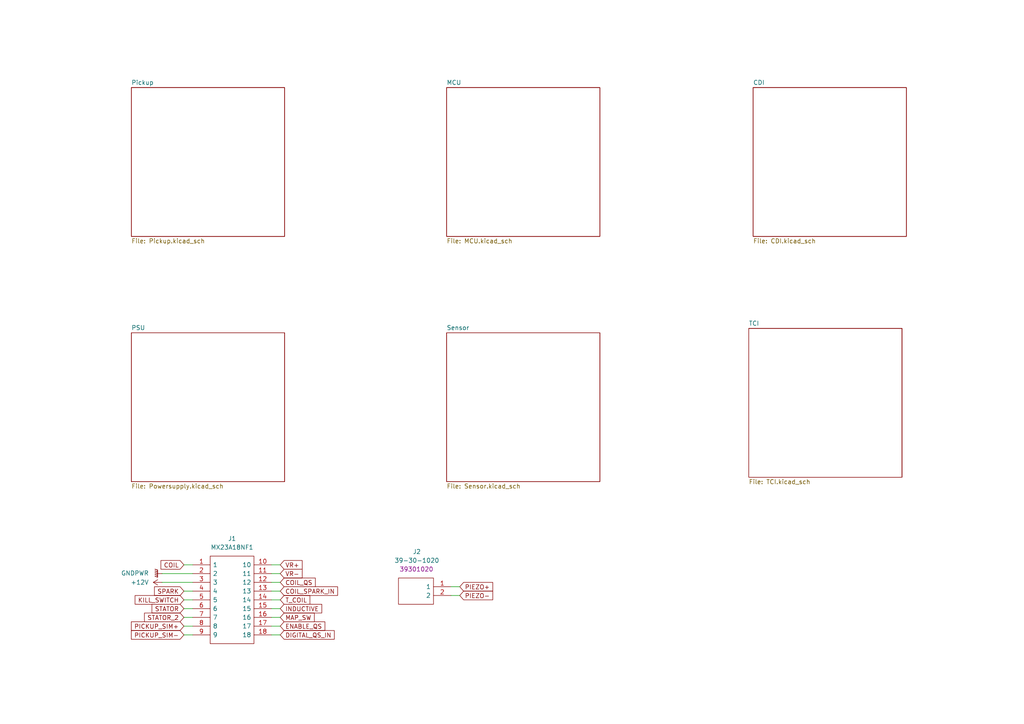
<source format=kicad_sch>
(kicad_sch (version 20250114) (generator "eeschema") (generator_version "9.0")
  (paper "A4")
  (lib_symbols
    (symbol "SamacSys_Parts:39-30-1020" (pin_names (offset 0.762))
      (property "Reference" "J" (at 16.51 7.62 0))
      (property "Value" "39-30-1020" (at 16.51 5.08 0))
      (symbol "39-30-1020_0_0"
        (pin passive line (at 0 0 0) (length 5.08) (name "2") (number "2"))
        (pin passive line (at 0 -2.54 0) (length 5.08) (name "1") (number "1"))
      )
      (symbol "39-30-1020_0_1"
        (polyline (pts (xy 5.08 2.54) (xy 15.24 2.54) (xy 15.24 -5.08) (xy 5.08 -5.08) (xy 5.08 2.54)) (stroke (width 0.1524)))
      )
    )
    (symbol "SamacSys_Parts:MX23A18NF1" (pin_names (offset 0.762))
      (property "Reference" "J" (at 19.05 7.62 0))
      (property "Value" "MX23A18NF1" (at 19.05 5.08 0))
      (symbol "MX23A18NF1_0_0"
        (pin passive line (at 0 0 0) (length 5.08) (name "1") (number "1"))
        (pin passive line (at 0 -2.54 0) (length 5.08) (name "2") (number "2"))
        (pin passive line (at 0 -5.08 0) (length 5.08) (name "3") (number "3"))
        (pin passive line (at 0 -7.62 0) (length 5.08) (name "4") (number "4"))
        (pin passive line (at 0 -10.16 0) (length 5.08) (name "5") (number "5"))
        (pin passive line (at 0 -12.7 0) (length 5.08) (name "6") (number "6"))
        (pin passive line (at 0 -15.24 0) (length 5.08) (name "7") (number "7"))
        (pin passive line (at 0 -17.78 0) (length 5.08) (name "8") (number "8"))
        (pin passive line (at 0 -20.32 0) (length 5.08) (name "9") (number "9"))
        (pin passive line (at 22.86 0 180) (length 5.08) (name "10") (number "10"))
        (pin passive line (at 22.86 -2.54 180) (length 5.08) (name "11") (number "11"))
        (pin passive line (at 22.86 -5.08 180) (length 5.08) (name "12") (number "12"))
        (pin passive line (at 22.86 -7.62 180) (length 5.08) (name "13") (number "13"))
        (pin passive line (at 22.86 -10.16 180) (length 5.08) (name "14") (number "14"))
        (pin passive line (at 22.86 -12.7 180) (length 5.08) (name "15") (number "15"))
        (pin passive line (at 22.86 -15.24 180) (length 5.08) (name "16") (number "16"))
        (pin passive line (at 22.86 -17.78 180) (length 5.08) (name "17") (number "17"))
        (pin passive line (at 22.86 -20.32 180) (length 5.08) (name "18") (number "18"))
      )
      (symbol "MX23A18NF1_0_1"
        (polyline (pts (xy 5.08 2.54) (xy 17.78 2.54) (xy 17.78 -22.86) (xy 5.08 -22.86) (xy 5.08 2.54)) (stroke (width 0.1524)))
      )
    )
    (symbol "power:+12V" (power) (pin_numbers (hide yes)) (pin_names (offset 0) (hide yes))
      (property "Value" "+12V" (at 0 3.556 0))
      (symbol "+12V_0_1"
        (polyline (pts (xy -0.762 1.27) (xy 0 2.54)))
        (polyline (pts (xy 0 2.54) (xy 0.762 1.27)))
        (polyline (pts (xy 0 0) (xy 0 2.54)))
      )
      (symbol "+12V_1_1"
        (pin power_in line (at 0 0 90) (length 0) (name "~") (number "1"))
      )
    )
    (symbol "power:GNDPWR" (power) (pin_numbers (hide yes)) (pin_names (offset 0) (hide yes))
      (property "Value" "GNDPWR" (at 0 -3.302 0))
      (symbol "GNDPWR_0_1"
        (polyline (pts (xy -1.016 -1.27) (xy -1.27 -2.032) (xy -1.27 -2.032)) (stroke (width 0.2032)))
        (polyline (pts (xy -0.508 -1.27) (xy -0.762 -2.032) (xy -0.762 -2.032)) (stroke (width 0.2032)))
        (polyline (pts (xy 0 -1.27) (xy 0 0)))
        (polyline (pts (xy 0 -1.27) (xy -0.254 -2.032) (xy -0.254 -2.032)) (stroke (width 0.2032)))
        (polyline (pts (xy 0.508 -1.27) (xy 0.254 -2.032) (xy 0.254 -2.032)) (stroke (width 0.2032)))
        (polyline (pts (xy 1.016 -1.27) (xy -1.016 -1.27) (xy -1.016 -1.27)) (stroke (width 0.2032)))
        (polyline (pts (xy 1.016 -1.27) (xy 0.762 -2.032) (xy 0.762 -2.032) (xy 0.762 -2.032)) (stroke (width 0.2032)))
      )
      (symbol "GNDPWR_1_1"
        (pin power_in line (at 0 0 270) (length 0) (name "~") (number "1"))
      )
    )
  )
  (wire (pts (xy 81.28 171.45) (xy 78.74 171.45)))
  (wire (pts (xy 133.35 172.72) (xy 130.81 172.72)))
  (wire (pts (xy 53.34 171.45) (xy 55.88 171.45)))
  (wire (pts (xy 53.34 163.83) (xy 55.88 163.83)))
  (wire (pts (xy 81.28 179.07) (xy 78.74 179.07)))
  (wire (pts (xy 46.99 168.91) (xy 55.88 168.91)))
  (wire (pts (xy 53.34 184.15) (xy 55.88 184.15)))
  (wire (pts (xy 46.99 166.37) (xy 55.88 166.37)))
  (wire (pts (xy 53.34 173.99) (xy 55.88 173.99)))
  (wire (pts (xy 53.34 179.07) (xy 55.88 179.07)))
  (wire (pts (xy 53.34 176.53) (xy 55.88 176.53)))
  (wire (pts (xy 81.28 176.53) (xy 78.74 176.53)))
  (wire (pts (xy 81.28 181.61) (xy 78.74 181.61)))
  (wire (pts (xy 81.28 184.15) (xy 78.74 184.15)))
  (wire (pts (xy 81.28 163.83) (xy 78.74 163.83)))
  (wire (pts (xy 81.28 168.91) (xy 78.74 168.91)))
  (wire (pts (xy 133.35 170.18) (xy 130.81 170.18)))
  (wire (pts (xy 53.34 181.61) (xy 55.88 181.61)))
  (wire (pts (xy 81.28 173.99) (xy 78.74 173.99)))
  (wire (pts (xy 81.28 166.37) (xy 78.74 166.37)))
  (global_label "MAP_SW" (shape input) (at 81.28 179.07 0) (property "Intersheetrefs" "${INTERSHEET_REFS}" (effects (hide yes))))
  (global_label "ENABLE_QS" (shape input) (at 81.28 181.61 0) (property "Intersheetrefs" "${INTERSHEET_REFS}" (effects (hide yes))))
  (global_label "VR+" (shape input) (at 81.28 163.83 0) (property "Intersheetrefs" "${INTERSHEET_REFS}" (effects (hide yes))))
  (global_label "PIEZO+" (shape input) (at 133.35 170.18 0) (property "Intersheetrefs" "${INTERSHEET_REFS}" (effects (hide yes))))
  (global_label "INDUCTIVE" (shape input) (at 81.28 176.53 0) (property "Intersheetrefs" "${INTERSHEET_REFS}" (effects (hide yes))))
  (global_label "KILL_SWITCH" (shape input) (at 53.34 173.99 180) (property "Intersheetrefs" "${INTERSHEET_REFS}" (effects (hide yes))))
  (global_label "PICKUP_SIM+" (shape input) (at 53.34 181.61 180) (property "Intersheetrefs" "${INTERSHEET_REFS}" (effects (hide yes))))
  (global_label "STATOR" (shape input) (at 53.34 176.53 180) (property "Intersheetrefs" "${INTERSHEET_REFS}" (effects (hide yes))))
  (global_label "COIL_QS" (shape input) (at 81.28 168.91 0) (property "Intersheetrefs" "${INTERSHEET_REFS}" (effects (hide yes))))
  (global_label "SPARK" (shape input) (at 53.34 171.45 180) (property "Intersheetrefs" "${INTERSHEET_REFS}" (effects (hide yes))))
  (global_label "PIEZO-" (shape input) (at 133.35 172.72 0) (property "Intersheetrefs" "${INTERSHEET_REFS}" (effects (hide yes))))
  (global_label "STATOR_2" (shape input) (at 53.34 179.07 180) (property "Intersheetrefs" "${INTERSHEET_REFS}" (effects (hide yes))))
  (global_label "T_COIL" (shape input) (at 81.28 173.99 0) (property "Intersheetrefs" "${INTERSHEET_REFS}" (effects (hide yes))))
  (global_label "COIL_SPARK_IN" (shape input) (at 81.28 171.45 0) (property "Intersheetrefs" "${INTERSHEET_REFS}" (effects (hide yes))))
  (global_label "COIL" (shape input) (at 53.34 163.83 180) (property "Intersheetrefs" "${INTERSHEET_REFS}" (effects (hide yes))))
  (global_label "DIGITAL_QS_IN" (shape input) (at 81.28 184.15 0) (property "Intersheetrefs" "${INTERSHEET_REFS}" (effects (hide yes))))
  (global_label "PICKUP_SIM-" (shape input) (at 53.34 184.15 180) (property "Intersheetrefs" "${INTERSHEET_REFS}" (effects (hide yes))))
  (global_label "VR-" (shape input) (at 81.28 166.37 0) (property "Intersheetrefs" "${INTERSHEET_REFS}" (effects (hide yes))))
  (symbol (lib_id "power:GNDPWR") (at 46.99 166.37 270) (unit 1)
    (property "Reference" "#PWR057" (effects (hide yes)))
    (property "Value" "GNDPWR" (at 43.18 166.2429 90) (effects (justify right)))
    (property "Description" "Power symbol creates a global label with name \"GNDPWR\" , global ground" (effects (hide yes)))
  )
  (symbol (lib_id "SamacSys_Parts:MX23A18NF1") (at 55.88 163.83 0) (unit 1)
    (property "Reference" "J1" (at 67.31 156.21 0))
    (property "Value" "MX23A18NF1" (at 67.31 158.75 0))
    (property "Footprint" "SamacSys_Parts:MX23A18NF1" (effects (hide yes)))
    (property "Datasheet" "https://www.jae.com/direct/topics/topics_file_download/topics_id=64758&ext_no=06&_lang=en&v=" (effects (hide yes)))
    (property "Description" "Compact automotive Connector, Low profil, Double fin structure, 040 contacts, waterproof, board-to-cable application, 18 pos., Right angle Pin header" (effects (hide yes)))
    (property "Description_1" "Compact automotive Connector, Low profil, Double fin structure, 040 contacts, waterproof, board-to-cable application, 18 pos., Right angle Pin header" (effects (hide yes)))
    (property "Manufacturer_Name" "JAE" (effects (hide yes)))
    (property "Manufacturer_Part_Number" "MX23A18NF1" (effects (hide yes)))
    (property "Mouser Part Number" "656-MX23A18NF1" (effects (hide yes)))
    (property "Mouser Price/Stock" "https://www.mouser.co.uk/ProductDetail/JAE-Electronics/MX23A18NF1?qs=6xtm2vwqiW8UCzwQVtKFVw%3D%3D" (effects (hide yes)))
  )
  (symbol (lib_id "power:+12V") (at 46.99 168.91 90) (unit 1)
    (property "Reference" "#PWR059" (effects (hide yes)))
    (property "Value" "+12V" (at 43.18 168.9099 90) (effects (justify left)))
    (property "Description" "Power symbol creates a global label with name \"+12V\"" (effects (hide yes)))
  )
  (symbol (lib_id "SamacSys_Parts:39-30-1020") (at 130.81 172.72 180) (unit 1)
    (property "Reference" "J2" (at 120.904 160.02 0))
    (property "Value" "39-30-1020" (at 120.904 162.56 0))
    (property "Footprint" "Custom:Molex_Mini-Fit_Jr_5569-02A2_2x01_P4.20mm_Horizontal" (effects (hide yes)))
    (property "Datasheet" "https://www.molex.com/pdm_docs/sd/039300020_sd.pdf" (effects (hide yes)))
    (property "Description" "Mini-Fit Jr. Header, Dual Row, Right-Angle, with Snap-in Plastic Peg PCB Lock, 2 Circuits, PA Polyamide Nylon 6/6 94V-0" (effects (hide yes)))
    (property "Description_1" "Mini-Fit Jr. Header, Dual Row, Right-Angle, with Snap-in Plastic Peg PCB Lock, 2 Circuits, PA Polyamide Nylon 6/6 94V-0" (effects (hide yes)))
    (property "Height" "10" (effects (hide yes)))
    (property "Manufacturer_Name" "Molex" (effects (hide yes)))
    (property "Manufacturer_Part_Number" " 39301020" (at 125.73 165.1 0) (effects (justify left)))
    (property "Mouser Part Number" "538-39-30-1020" (effects (hide yes)))
    (property "Mouser Price/Stock" "https://www.mouser.co.uk/ProductDetail/Molex/39-30-1020?qs=tRPrwvvr%2Fuj45jNVCpHEJA%3D%3D" (effects (hide yes)))
  )
  (sheet (at 217.17 95.25) (size 44.45 43.18) (stroke (width 0.1524))
    (property "Sheetname" "TCI" (at 217.17 94.5384 0) (effects (justify left bottom)))
    (property "Sheetfile" "TCI.kicad_sch" (at 217.17 139.0146 0) (effects (justify left top)))
  )
  (sheet (at 38.1 25.4) (size 44.45 43.18) (stroke (width 0.1524))
    (property "Sheetname" "Pickup" (at 38.1 24.6884 0) (effects (justify left bottom)))
    (property "Sheetfile" "Pickup.kicad_sch" (at 38.1 69.1646 0) (effects (justify left top)))
  )
  (sheet (at 129.54 96.52) (size 44.45 43.18) (stroke (width 0.1524))
    (property "Sheetname" "Sensor" (at 129.54 95.8084 0) (effects (justify left bottom)))
    (property "Sheetfile" "Sensor.kicad_sch" (at 129.54 140.2846 0) (effects (justify left top)))
  )
  (sheet (at 38.1 96.52) (size 44.45 43.18) (stroke (width 0.1524))
    (property "Sheetname" "PSU" (at 38.1 95.8084 0) (effects (justify left bottom)))
    (property "Sheetfile" "Powersupply.kicad_sch" (at 38.1 140.2846 0) (effects (justify left top)))
  )
  (sheet (at 129.54 25.4) (size 44.45 43.18) (stroke (width 0.1524))
    (property "Sheetname" "MCU" (at 129.54 24.6884 0) (effects (justify left bottom)))
    (property "Sheetfile" "MCU.kicad_sch" (at 129.54 69.1646 0) (effects (justify left top)))
  )
  (sheet (at 218.44 25.4) (size 44.45 43.18) (stroke (width 0.1524))
    (property "Sheetname" "CDI" (at 218.44 24.6884 0) (effects (justify left bottom)))
    (property "Sheetfile" "CDI.kicad_sch" (at 218.44 69.1646 0) (effects (justify left top)))
  )
)
</source>
